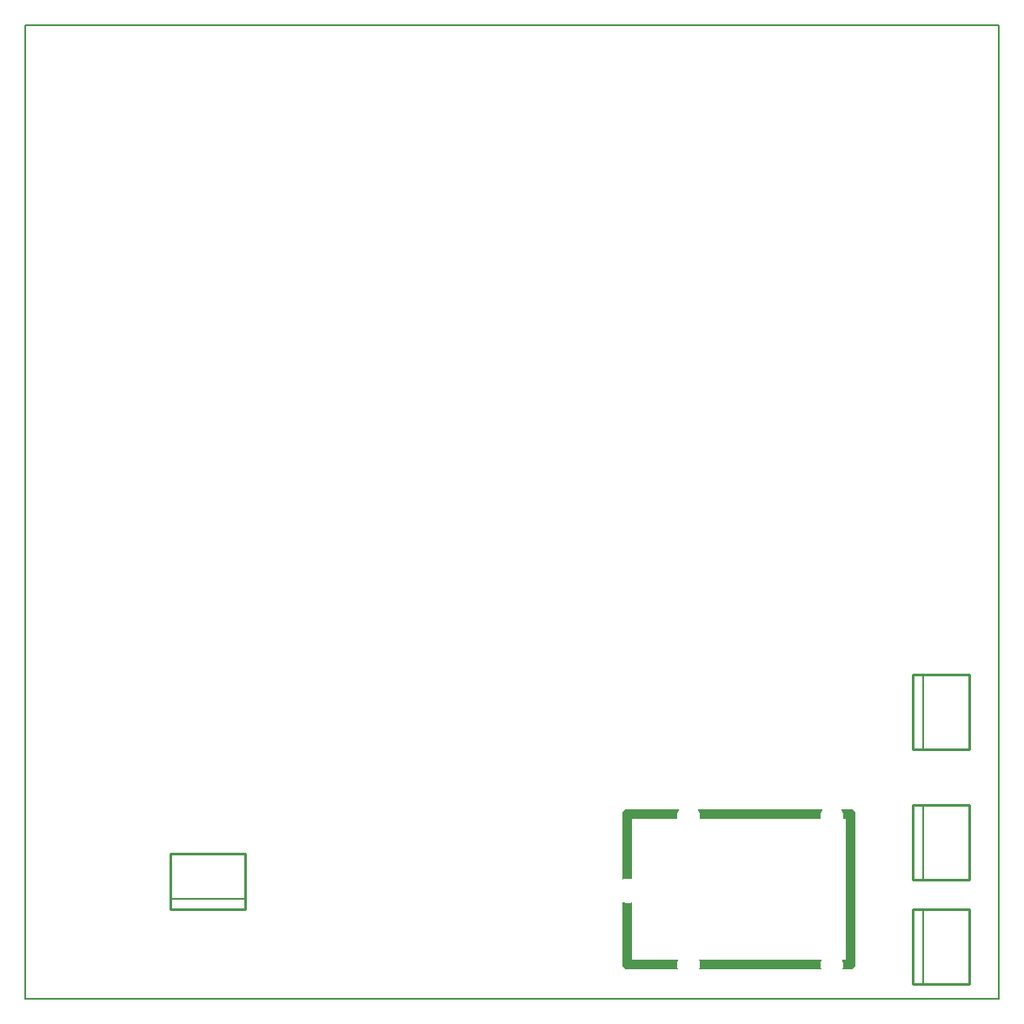
<source format=gbo>
G04 MADE WITH FRITZING*
G04 WWW.FRITZING.ORG*
G04 DOUBLE SIDED*
G04 HOLES PLATED*
G04 CONTOUR ON CENTER OF CONTOUR VECTOR*
%ASAXBY*%
%FSLAX23Y23*%
%MOIN*%
%OFA0B0*%
%SFA1.0B1.0*%
%ADD10R,3.740160X3.740160X3.724160X3.724160*%
%ADD11C,0.008000*%
%ADD12C,0.010000*%
%ADD13C,0.005000*%
%ADD14R,0.001000X0.001000*%
%LNSILK0*%
G90*
G70*
G54D11*
X4Y3736D02*
X3736Y3736D01*
X3736Y4D01*
X4Y4D01*
X4Y3736D01*
D02*
G54D12*
X3623Y347D02*
X3623Y61D01*
D02*
X3623Y61D02*
X3407Y61D01*
D02*
X3407Y61D02*
X3407Y347D01*
D02*
X3407Y347D02*
X3623Y347D01*
G54D13*
D02*
X3447Y61D02*
X3447Y347D01*
G54D12*
D02*
X3623Y747D02*
X3623Y461D01*
D02*
X3623Y461D02*
X3407Y461D01*
D02*
X3407Y461D02*
X3407Y747D01*
D02*
X3407Y747D02*
X3623Y747D01*
G54D13*
D02*
X3447Y461D02*
X3447Y747D01*
G54D12*
D02*
X3623Y1247D02*
X3623Y961D01*
D02*
X3623Y961D02*
X3407Y961D01*
D02*
X3407Y961D02*
X3407Y1247D01*
D02*
X3407Y1247D02*
X3623Y1247D01*
G54D13*
D02*
X3447Y961D02*
X3447Y1247D01*
G54D12*
D02*
X561Y561D02*
X846Y561D01*
D02*
X846Y561D02*
X846Y345D01*
D02*
X846Y345D02*
X561Y345D01*
D02*
X561Y345D02*
X561Y561D01*
G54D13*
D02*
X846Y385D02*
X561Y385D01*
G54D14*
X2307Y729D02*
X2511Y729D01*
X2582Y729D02*
X3061Y729D01*
X3131Y729D02*
X3173Y729D01*
X2305Y728D02*
X2510Y728D01*
X2583Y728D02*
X3060Y728D01*
X3132Y728D02*
X3175Y728D01*
X2303Y727D02*
X2510Y727D01*
X2584Y727D02*
X3059Y727D01*
X3133Y727D02*
X3177Y727D01*
X2301Y726D02*
X2509Y726D01*
X2584Y726D02*
X3059Y726D01*
X3134Y726D02*
X3179Y726D01*
X2300Y725D02*
X2508Y725D01*
X2585Y725D02*
X3058Y725D01*
X3134Y725D02*
X3180Y725D01*
X2299Y724D02*
X2508Y724D01*
X2586Y724D02*
X3058Y724D01*
X3135Y724D02*
X3181Y724D01*
X2298Y723D02*
X2507Y723D01*
X2586Y723D02*
X3057Y723D01*
X3135Y723D02*
X3182Y723D01*
X2297Y722D02*
X2507Y722D01*
X2587Y722D02*
X3057Y722D01*
X3136Y722D02*
X3183Y722D01*
X2297Y721D02*
X2506Y721D01*
X2587Y721D02*
X3056Y721D01*
X3136Y721D02*
X3183Y721D01*
X2296Y720D02*
X2506Y720D01*
X2588Y720D02*
X3056Y720D01*
X3137Y720D02*
X3184Y720D01*
X2295Y719D02*
X2505Y719D01*
X2588Y719D02*
X3055Y719D01*
X3137Y719D02*
X3185Y719D01*
X2295Y718D02*
X2505Y718D01*
X2588Y718D02*
X3055Y718D01*
X3138Y718D02*
X3185Y718D01*
X2295Y717D02*
X2505Y717D01*
X2589Y717D02*
X3054Y717D01*
X3138Y717D02*
X3185Y717D01*
X2294Y716D02*
X2504Y716D01*
X2589Y716D02*
X3054Y716D01*
X3138Y716D02*
X3186Y716D01*
X2294Y715D02*
X2504Y715D01*
X2589Y715D02*
X3054Y715D01*
X3139Y715D02*
X3186Y715D01*
X2294Y714D02*
X2504Y714D01*
X2590Y714D02*
X3054Y714D01*
X3139Y714D02*
X3186Y714D01*
X2294Y713D02*
X2504Y713D01*
X2590Y713D02*
X3053Y713D01*
X3139Y713D02*
X3186Y713D01*
X2294Y712D02*
X2503Y712D01*
X2590Y712D02*
X3053Y712D01*
X3139Y712D02*
X3186Y712D01*
X2294Y711D02*
X2503Y711D01*
X2590Y711D02*
X3053Y711D01*
X3140Y711D02*
X3186Y711D01*
X2294Y710D02*
X2503Y710D01*
X2591Y710D02*
X3053Y710D01*
X3140Y710D02*
X3187Y710D01*
X2294Y709D02*
X2503Y709D01*
X2591Y709D02*
X3052Y709D01*
X3140Y709D02*
X3187Y709D01*
X2294Y708D02*
X2503Y708D01*
X2591Y708D02*
X3052Y708D01*
X3140Y708D02*
X3187Y708D01*
X2294Y707D02*
X2502Y707D01*
X2591Y707D02*
X3052Y707D01*
X3140Y707D02*
X3187Y707D01*
X2294Y706D02*
X2502Y706D01*
X2591Y706D02*
X3052Y706D01*
X3140Y706D02*
X3187Y706D01*
X2294Y705D02*
X2502Y705D01*
X2591Y705D02*
X3052Y705D01*
X3140Y705D02*
X3187Y705D01*
X2294Y704D02*
X2502Y704D01*
X2591Y704D02*
X3052Y704D01*
X3140Y704D02*
X3187Y704D01*
X2294Y703D02*
X2502Y703D01*
X2591Y703D02*
X3052Y703D01*
X3140Y703D02*
X3187Y703D01*
X2294Y702D02*
X2502Y702D01*
X2591Y702D02*
X3052Y702D01*
X3140Y702D02*
X3187Y702D01*
X2294Y701D02*
X2502Y701D01*
X2591Y701D02*
X3052Y701D01*
X3140Y701D02*
X3187Y701D01*
X2294Y700D02*
X2502Y700D01*
X2591Y700D02*
X3052Y700D01*
X3140Y700D02*
X3187Y700D01*
X2294Y699D02*
X2503Y699D01*
X2591Y699D02*
X3052Y699D01*
X3140Y699D02*
X3187Y699D01*
X2294Y698D02*
X2503Y698D01*
X2591Y698D02*
X3052Y698D01*
X3140Y698D02*
X3187Y698D01*
X2294Y697D02*
X2503Y697D01*
X2591Y697D02*
X3052Y697D01*
X3140Y697D02*
X3187Y697D01*
X2294Y696D02*
X2503Y696D01*
X2591Y696D02*
X3053Y696D01*
X3140Y696D02*
X3187Y696D01*
X2294Y695D02*
X2503Y695D01*
X2590Y695D02*
X3053Y695D01*
X3139Y695D02*
X3187Y695D01*
X2294Y694D02*
X2503Y694D01*
X2590Y694D02*
X3053Y694D01*
X3139Y694D02*
X3187Y694D01*
X2294Y693D02*
X2504Y693D01*
X2590Y693D02*
X3053Y693D01*
X3139Y693D02*
X3187Y693D01*
X2294Y692D02*
X2330Y692D01*
X3150Y692D02*
X3187Y692D01*
X2294Y691D02*
X2330Y691D01*
X3150Y691D02*
X3187Y691D01*
X2294Y690D02*
X2330Y690D01*
X3150Y690D02*
X3187Y690D01*
X2294Y689D02*
X2330Y689D01*
X3150Y689D02*
X3187Y689D01*
X2294Y688D02*
X2330Y688D01*
X3150Y688D02*
X3187Y688D01*
X2294Y687D02*
X2330Y687D01*
X3150Y687D02*
X3187Y687D01*
X2294Y686D02*
X2330Y686D01*
X3150Y686D02*
X3187Y686D01*
X2294Y685D02*
X2330Y685D01*
X3150Y685D02*
X3187Y685D01*
X2294Y684D02*
X2330Y684D01*
X3150Y684D02*
X3187Y684D01*
X2294Y683D02*
X2330Y683D01*
X3150Y683D02*
X3187Y683D01*
X2294Y682D02*
X2330Y682D01*
X3150Y682D02*
X3187Y682D01*
X2294Y681D02*
X2330Y681D01*
X3150Y681D02*
X3187Y681D01*
X2294Y680D02*
X2330Y680D01*
X3150Y680D02*
X3187Y680D01*
X2294Y679D02*
X2330Y679D01*
X3150Y679D02*
X3187Y679D01*
X2294Y678D02*
X2330Y678D01*
X3150Y678D02*
X3187Y678D01*
X2294Y677D02*
X2330Y677D01*
X3150Y677D02*
X3187Y677D01*
X2294Y676D02*
X2330Y676D01*
X3150Y676D02*
X3187Y676D01*
X2294Y675D02*
X2330Y675D01*
X3150Y675D02*
X3187Y675D01*
X2294Y674D02*
X2330Y674D01*
X3150Y674D02*
X3187Y674D01*
X2294Y673D02*
X2330Y673D01*
X3150Y673D02*
X3187Y673D01*
X2294Y672D02*
X2330Y672D01*
X3150Y672D02*
X3187Y672D01*
X2294Y671D02*
X2330Y671D01*
X3150Y671D02*
X3187Y671D01*
X2294Y670D02*
X2330Y670D01*
X3150Y670D02*
X3187Y670D01*
X2294Y669D02*
X2330Y669D01*
X3150Y669D02*
X3187Y669D01*
X2294Y668D02*
X2330Y668D01*
X3150Y668D02*
X3187Y668D01*
X2294Y667D02*
X2330Y667D01*
X3150Y667D02*
X3187Y667D01*
X2294Y666D02*
X2330Y666D01*
X3150Y666D02*
X3187Y666D01*
X2294Y665D02*
X2330Y665D01*
X3150Y665D02*
X3187Y665D01*
X2294Y664D02*
X2330Y664D01*
X3150Y664D02*
X3187Y664D01*
X2294Y663D02*
X2330Y663D01*
X3150Y663D02*
X3187Y663D01*
X2294Y662D02*
X2330Y662D01*
X3150Y662D02*
X3187Y662D01*
X2294Y661D02*
X2330Y661D01*
X3150Y661D02*
X3187Y661D01*
X2294Y660D02*
X2330Y660D01*
X3150Y660D02*
X3187Y660D01*
X2294Y659D02*
X2330Y659D01*
X3150Y659D02*
X3187Y659D01*
X2294Y658D02*
X2330Y658D01*
X3150Y658D02*
X3187Y658D01*
X2294Y657D02*
X2330Y657D01*
X3150Y657D02*
X3187Y657D01*
X2294Y656D02*
X2330Y656D01*
X3150Y656D02*
X3187Y656D01*
X2294Y655D02*
X2330Y655D01*
X3150Y655D02*
X3187Y655D01*
X2294Y654D02*
X2330Y654D01*
X3150Y654D02*
X3187Y654D01*
X2294Y653D02*
X2330Y653D01*
X3150Y653D02*
X3187Y653D01*
X2294Y652D02*
X2330Y652D01*
X3150Y652D02*
X3187Y652D01*
X2294Y651D02*
X2330Y651D01*
X3150Y651D02*
X3187Y651D01*
X2294Y650D02*
X2330Y650D01*
X3150Y650D02*
X3187Y650D01*
X2294Y649D02*
X2330Y649D01*
X3150Y649D02*
X3187Y649D01*
X2294Y648D02*
X2330Y648D01*
X3150Y648D02*
X3187Y648D01*
X2294Y647D02*
X2330Y647D01*
X3150Y647D02*
X3187Y647D01*
X2294Y646D02*
X2330Y646D01*
X3150Y646D02*
X3187Y646D01*
X2294Y645D02*
X2330Y645D01*
X3150Y645D02*
X3187Y645D01*
X2294Y644D02*
X2330Y644D01*
X3150Y644D02*
X3187Y644D01*
X2294Y643D02*
X2330Y643D01*
X3150Y643D02*
X3187Y643D01*
X2294Y642D02*
X2330Y642D01*
X3150Y642D02*
X3187Y642D01*
X2294Y641D02*
X2330Y641D01*
X3150Y641D02*
X3187Y641D01*
X2294Y640D02*
X2330Y640D01*
X3150Y640D02*
X3187Y640D01*
X2294Y639D02*
X2330Y639D01*
X3150Y639D02*
X3187Y639D01*
X2294Y638D02*
X2330Y638D01*
X3150Y638D02*
X3187Y638D01*
X2294Y637D02*
X2330Y637D01*
X3150Y637D02*
X3187Y637D01*
X2294Y636D02*
X2330Y636D01*
X3150Y636D02*
X3187Y636D01*
X2294Y635D02*
X2330Y635D01*
X3150Y635D02*
X3187Y635D01*
X2294Y634D02*
X2330Y634D01*
X3150Y634D02*
X3187Y634D01*
X2294Y633D02*
X2330Y633D01*
X3150Y633D02*
X3187Y633D01*
X2294Y632D02*
X2330Y632D01*
X3150Y632D02*
X3187Y632D01*
X2294Y631D02*
X2330Y631D01*
X3150Y631D02*
X3187Y631D01*
X2294Y630D02*
X2330Y630D01*
X3150Y630D02*
X3187Y630D01*
X2294Y629D02*
X2330Y629D01*
X3150Y629D02*
X3187Y629D01*
X2294Y628D02*
X2330Y628D01*
X3150Y628D02*
X3187Y628D01*
X2294Y627D02*
X2330Y627D01*
X3150Y627D02*
X3187Y627D01*
X2294Y626D02*
X2330Y626D01*
X3150Y626D02*
X3187Y626D01*
X2294Y625D02*
X2330Y625D01*
X3150Y625D02*
X3187Y625D01*
X2294Y624D02*
X2330Y624D01*
X3150Y624D02*
X3187Y624D01*
X2294Y623D02*
X2330Y623D01*
X3150Y623D02*
X3187Y623D01*
X2294Y622D02*
X2330Y622D01*
X3150Y622D02*
X3187Y622D01*
X2294Y621D02*
X2330Y621D01*
X3150Y621D02*
X3187Y621D01*
X2294Y620D02*
X2330Y620D01*
X3150Y620D02*
X3187Y620D01*
X2294Y619D02*
X2330Y619D01*
X3150Y619D02*
X3187Y619D01*
X2294Y618D02*
X2330Y618D01*
X3150Y618D02*
X3187Y618D01*
X2294Y617D02*
X2330Y617D01*
X3150Y617D02*
X3187Y617D01*
X2294Y616D02*
X2330Y616D01*
X3150Y616D02*
X3187Y616D01*
X2294Y615D02*
X2330Y615D01*
X3150Y615D02*
X3187Y615D01*
X2294Y614D02*
X2330Y614D01*
X3150Y614D02*
X3187Y614D01*
X2294Y613D02*
X2330Y613D01*
X3150Y613D02*
X3187Y613D01*
X2294Y612D02*
X2330Y612D01*
X3150Y612D02*
X3187Y612D01*
X2294Y611D02*
X2330Y611D01*
X3150Y611D02*
X3187Y611D01*
X2294Y610D02*
X2330Y610D01*
X3150Y610D02*
X3187Y610D01*
X2294Y609D02*
X2330Y609D01*
X3150Y609D02*
X3187Y609D01*
X2294Y608D02*
X2330Y608D01*
X3150Y608D02*
X3187Y608D01*
X2294Y607D02*
X2330Y607D01*
X3150Y607D02*
X3187Y607D01*
X2294Y606D02*
X2330Y606D01*
X3150Y606D02*
X3187Y606D01*
X2294Y605D02*
X2330Y605D01*
X3150Y605D02*
X3187Y605D01*
X2294Y604D02*
X2330Y604D01*
X3150Y604D02*
X3187Y604D01*
X2294Y603D02*
X2330Y603D01*
X3150Y603D02*
X3187Y603D01*
X2294Y602D02*
X2330Y602D01*
X3150Y602D02*
X3187Y602D01*
X2294Y601D02*
X2330Y601D01*
X3150Y601D02*
X3187Y601D01*
X2294Y600D02*
X2330Y600D01*
X3150Y600D02*
X3187Y600D01*
X2294Y599D02*
X2330Y599D01*
X3150Y599D02*
X3187Y599D01*
X2294Y598D02*
X2330Y598D01*
X3150Y598D02*
X3187Y598D01*
X2294Y597D02*
X2330Y597D01*
X3150Y597D02*
X3187Y597D01*
X2294Y596D02*
X2330Y596D01*
X3150Y596D02*
X3187Y596D01*
X2294Y595D02*
X2330Y595D01*
X3150Y595D02*
X3187Y595D01*
X2294Y594D02*
X2330Y594D01*
X3150Y594D02*
X3187Y594D01*
X2294Y593D02*
X2330Y593D01*
X3150Y593D02*
X3187Y593D01*
X2294Y592D02*
X2330Y592D01*
X3150Y592D02*
X3187Y592D01*
X2294Y591D02*
X2330Y591D01*
X3150Y591D02*
X3187Y591D01*
X2294Y590D02*
X2330Y590D01*
X3150Y590D02*
X3187Y590D01*
X2294Y589D02*
X2330Y589D01*
X3150Y589D02*
X3187Y589D01*
X2294Y588D02*
X2330Y588D01*
X3150Y588D02*
X3187Y588D01*
X2294Y587D02*
X2330Y587D01*
X3150Y587D02*
X3187Y587D01*
X2294Y586D02*
X2330Y586D01*
X3150Y586D02*
X3187Y586D01*
X2294Y585D02*
X2330Y585D01*
X3150Y585D02*
X3187Y585D01*
X2294Y584D02*
X2330Y584D01*
X3150Y584D02*
X3187Y584D01*
X2294Y583D02*
X2330Y583D01*
X3150Y583D02*
X3187Y583D01*
X2294Y582D02*
X2330Y582D01*
X3150Y582D02*
X3187Y582D01*
X2294Y581D02*
X2330Y581D01*
X3150Y581D02*
X3187Y581D01*
X2294Y580D02*
X2330Y580D01*
X3150Y580D02*
X3187Y580D01*
X2294Y579D02*
X2330Y579D01*
X3150Y579D02*
X3187Y579D01*
X2294Y578D02*
X2330Y578D01*
X3150Y578D02*
X3187Y578D01*
X2294Y577D02*
X2330Y577D01*
X3150Y577D02*
X3187Y577D01*
X2294Y576D02*
X2330Y576D01*
X3150Y576D02*
X3187Y576D01*
X2294Y575D02*
X2330Y575D01*
X3150Y575D02*
X3187Y575D01*
X2294Y574D02*
X2330Y574D01*
X3150Y574D02*
X3187Y574D01*
X2294Y573D02*
X2330Y573D01*
X3150Y573D02*
X3187Y573D01*
X2294Y572D02*
X2330Y572D01*
X3150Y572D02*
X3187Y572D01*
X2294Y571D02*
X2330Y571D01*
X3150Y571D02*
X3187Y571D01*
X2294Y570D02*
X2330Y570D01*
X3150Y570D02*
X3187Y570D01*
X2294Y569D02*
X2330Y569D01*
X3150Y569D02*
X3187Y569D01*
X2294Y568D02*
X2330Y568D01*
X3150Y568D02*
X3187Y568D01*
X2294Y567D02*
X2330Y567D01*
X3150Y567D02*
X3187Y567D01*
X2294Y566D02*
X2330Y566D01*
X3150Y566D02*
X3187Y566D01*
X2294Y565D02*
X2330Y565D01*
X3150Y565D02*
X3187Y565D01*
X2294Y564D02*
X2330Y564D01*
X3150Y564D02*
X3187Y564D01*
X2294Y563D02*
X2330Y563D01*
X3150Y563D02*
X3187Y563D01*
X2294Y562D02*
X2330Y562D01*
X3150Y562D02*
X3187Y562D01*
X2294Y561D02*
X2330Y561D01*
X3150Y561D02*
X3187Y561D01*
X2294Y560D02*
X2330Y560D01*
X3150Y560D02*
X3187Y560D01*
X2294Y559D02*
X2330Y559D01*
X3150Y559D02*
X3187Y559D01*
X2294Y558D02*
X2330Y558D01*
X3150Y558D02*
X3187Y558D01*
X2294Y557D02*
X2330Y557D01*
X3150Y557D02*
X3187Y557D01*
X2294Y556D02*
X2330Y556D01*
X3150Y556D02*
X3187Y556D01*
X2294Y555D02*
X2330Y555D01*
X3150Y555D02*
X3187Y555D01*
X2294Y554D02*
X2330Y554D01*
X3150Y554D02*
X3187Y554D01*
X2294Y553D02*
X2330Y553D01*
X3150Y553D02*
X3187Y553D01*
X2294Y552D02*
X2330Y552D01*
X3150Y552D02*
X3187Y552D01*
X2294Y551D02*
X2330Y551D01*
X3150Y551D02*
X3187Y551D01*
X2294Y550D02*
X2330Y550D01*
X3150Y550D02*
X3187Y550D01*
X2294Y549D02*
X2330Y549D01*
X3150Y549D02*
X3187Y549D01*
X2294Y548D02*
X2330Y548D01*
X3150Y548D02*
X3187Y548D01*
X2294Y547D02*
X2330Y547D01*
X3150Y547D02*
X3187Y547D01*
X2294Y546D02*
X2330Y546D01*
X3150Y546D02*
X3187Y546D01*
X2294Y545D02*
X2330Y545D01*
X3150Y545D02*
X3187Y545D01*
X2294Y544D02*
X2330Y544D01*
X3150Y544D02*
X3187Y544D01*
X2294Y543D02*
X2330Y543D01*
X3150Y543D02*
X3187Y543D01*
X2294Y542D02*
X2330Y542D01*
X3150Y542D02*
X3187Y542D01*
X2294Y541D02*
X2330Y541D01*
X3150Y541D02*
X3187Y541D01*
X2294Y540D02*
X2330Y540D01*
X3150Y540D02*
X3187Y540D01*
X2294Y539D02*
X2330Y539D01*
X3150Y539D02*
X3187Y539D01*
X2294Y538D02*
X2330Y538D01*
X3150Y538D02*
X3187Y538D01*
X2294Y537D02*
X2330Y537D01*
X3150Y537D02*
X3187Y537D01*
X2294Y536D02*
X2330Y536D01*
X3150Y536D02*
X3187Y536D01*
X2294Y535D02*
X2330Y535D01*
X3150Y535D02*
X3187Y535D01*
X2294Y534D02*
X2330Y534D01*
X3150Y534D02*
X3187Y534D01*
X2294Y533D02*
X2330Y533D01*
X3150Y533D02*
X3187Y533D01*
X2294Y532D02*
X2330Y532D01*
X3150Y532D02*
X3187Y532D01*
X2294Y531D02*
X2330Y531D01*
X3150Y531D02*
X3187Y531D01*
X2294Y530D02*
X2330Y530D01*
X3150Y530D02*
X3187Y530D01*
X2294Y529D02*
X2330Y529D01*
X3150Y529D02*
X3187Y529D01*
X2294Y528D02*
X2330Y528D01*
X3150Y528D02*
X3187Y528D01*
X2294Y527D02*
X2330Y527D01*
X3150Y527D02*
X3187Y527D01*
X2294Y526D02*
X2330Y526D01*
X3150Y526D02*
X3187Y526D01*
X2294Y525D02*
X2330Y525D01*
X3150Y525D02*
X3187Y525D01*
X2294Y524D02*
X2330Y524D01*
X3150Y524D02*
X3187Y524D01*
X2294Y523D02*
X2330Y523D01*
X3150Y523D02*
X3187Y523D01*
X2294Y522D02*
X2330Y522D01*
X3150Y522D02*
X3187Y522D01*
X2294Y521D02*
X2330Y521D01*
X3150Y521D02*
X3187Y521D01*
X2294Y520D02*
X2330Y520D01*
X3150Y520D02*
X3187Y520D01*
X2294Y519D02*
X2330Y519D01*
X3150Y519D02*
X3187Y519D01*
X2294Y518D02*
X2330Y518D01*
X3150Y518D02*
X3187Y518D01*
X2294Y517D02*
X2330Y517D01*
X3150Y517D02*
X3187Y517D01*
X2294Y516D02*
X2330Y516D01*
X3150Y516D02*
X3187Y516D01*
X2294Y515D02*
X2330Y515D01*
X3150Y515D02*
X3187Y515D01*
X2294Y514D02*
X2330Y514D01*
X3150Y514D02*
X3187Y514D01*
X2294Y513D02*
X2330Y513D01*
X3150Y513D02*
X3187Y513D01*
X2294Y512D02*
X2330Y512D01*
X3150Y512D02*
X3187Y512D01*
X2294Y511D02*
X2330Y511D01*
X3150Y511D02*
X3187Y511D01*
X2294Y510D02*
X2330Y510D01*
X3150Y510D02*
X3187Y510D01*
X2294Y509D02*
X2330Y509D01*
X3150Y509D02*
X3187Y509D01*
X2294Y508D02*
X2330Y508D01*
X3150Y508D02*
X3187Y508D01*
X2294Y507D02*
X2330Y507D01*
X3150Y507D02*
X3187Y507D01*
X2294Y506D02*
X2330Y506D01*
X3150Y506D02*
X3187Y506D01*
X2294Y505D02*
X2330Y505D01*
X3150Y505D02*
X3187Y505D01*
X2294Y504D02*
X2330Y504D01*
X3150Y504D02*
X3187Y504D01*
X2294Y503D02*
X2330Y503D01*
X3150Y503D02*
X3187Y503D01*
X2294Y502D02*
X2330Y502D01*
X3150Y502D02*
X3187Y502D01*
X2294Y501D02*
X2330Y501D01*
X3150Y501D02*
X3187Y501D01*
X2294Y500D02*
X2330Y500D01*
X3150Y500D02*
X3187Y500D01*
X2294Y499D02*
X2330Y499D01*
X3150Y499D02*
X3187Y499D01*
X2294Y498D02*
X2330Y498D01*
X3150Y498D02*
X3187Y498D01*
X2294Y497D02*
X2330Y497D01*
X3150Y497D02*
X3187Y497D01*
X2294Y496D02*
X2330Y496D01*
X3150Y496D02*
X3187Y496D01*
X2294Y495D02*
X2330Y495D01*
X3150Y495D02*
X3187Y495D01*
X2294Y494D02*
X2330Y494D01*
X3150Y494D02*
X3187Y494D01*
X2294Y493D02*
X2330Y493D01*
X3150Y493D02*
X3187Y493D01*
X2294Y492D02*
X2330Y492D01*
X3150Y492D02*
X3187Y492D01*
X2294Y491D02*
X2330Y491D01*
X3150Y491D02*
X3187Y491D01*
X2294Y490D02*
X2330Y490D01*
X3150Y490D02*
X3187Y490D01*
X2294Y489D02*
X2330Y489D01*
X3150Y489D02*
X3187Y489D01*
X2294Y488D02*
X2330Y488D01*
X3150Y488D02*
X3187Y488D01*
X2294Y487D02*
X2330Y487D01*
X3150Y487D02*
X3187Y487D01*
X2294Y486D02*
X2330Y486D01*
X3150Y486D02*
X3187Y486D01*
X2294Y485D02*
X2330Y485D01*
X3150Y485D02*
X3187Y485D01*
X2294Y484D02*
X2330Y484D01*
X3150Y484D02*
X3187Y484D01*
X2294Y483D02*
X2330Y483D01*
X3150Y483D02*
X3187Y483D01*
X2294Y482D02*
X2330Y482D01*
X3150Y482D02*
X3187Y482D01*
X2294Y481D02*
X2330Y481D01*
X3150Y481D02*
X3187Y481D01*
X2294Y480D02*
X2330Y480D01*
X3150Y480D02*
X3187Y480D01*
X2294Y479D02*
X2330Y479D01*
X3150Y479D02*
X3187Y479D01*
X2294Y478D02*
X2330Y478D01*
X3150Y478D02*
X3187Y478D01*
X2294Y477D02*
X2330Y477D01*
X3150Y477D02*
X3187Y477D01*
X2294Y476D02*
X2330Y476D01*
X3150Y476D02*
X3187Y476D01*
X2294Y475D02*
X2330Y475D01*
X3150Y475D02*
X3187Y475D01*
X2294Y474D02*
X2330Y474D01*
X3150Y474D02*
X3187Y474D01*
X2294Y473D02*
X2330Y473D01*
X3150Y473D02*
X3187Y473D01*
X2294Y472D02*
X2330Y472D01*
X3150Y472D02*
X3187Y472D01*
X2294Y471D02*
X2330Y471D01*
X3150Y471D02*
X3187Y471D01*
X2294Y470D02*
X2330Y470D01*
X3150Y470D02*
X3187Y470D01*
X2294Y469D02*
X2330Y469D01*
X3150Y469D02*
X3187Y469D01*
X2294Y468D02*
X2330Y468D01*
X3150Y468D02*
X3187Y468D01*
X2294Y467D02*
X2330Y467D01*
X3150Y467D02*
X3187Y467D01*
X2294Y466D02*
X2330Y466D01*
X3150Y466D02*
X3187Y466D01*
X2294Y465D02*
X2330Y465D01*
X3150Y465D02*
X3187Y465D01*
X2294Y464D02*
X2308Y464D01*
X2320Y464D02*
X2330Y464D01*
X3150Y464D02*
X3187Y464D01*
X2294Y463D02*
X2302Y463D01*
X2326Y463D02*
X2330Y463D01*
X3150Y463D02*
X3187Y463D01*
X2294Y462D02*
X2299Y462D01*
X2329Y462D02*
X2330Y462D01*
X3150Y462D02*
X3187Y462D01*
X2294Y461D02*
X2296Y461D01*
X3150Y461D02*
X3187Y461D01*
X2294Y460D02*
X2294Y460D01*
X3150Y460D02*
X3187Y460D01*
X3150Y459D02*
X3187Y459D01*
X3150Y458D02*
X3187Y458D01*
X3150Y457D02*
X3187Y457D01*
X3150Y456D02*
X3187Y456D01*
X3150Y455D02*
X3187Y455D01*
X3150Y454D02*
X3187Y454D01*
X3150Y453D02*
X3187Y453D01*
X3150Y452D02*
X3187Y452D01*
X3150Y451D02*
X3187Y451D01*
X3150Y450D02*
X3187Y450D01*
X3150Y449D02*
X3187Y449D01*
X3150Y448D02*
X3187Y448D01*
X3150Y447D02*
X3187Y447D01*
X3150Y446D02*
X3187Y446D01*
X3150Y445D02*
X3187Y445D01*
X3150Y444D02*
X3187Y444D01*
X3150Y443D02*
X3187Y443D01*
X3150Y442D02*
X3187Y442D01*
X3150Y441D02*
X3187Y441D01*
X3150Y440D02*
X3187Y440D01*
X3150Y439D02*
X3187Y439D01*
X3150Y438D02*
X3187Y438D01*
X3150Y437D02*
X3187Y437D01*
X3150Y436D02*
X3187Y436D01*
X3150Y435D02*
X3187Y435D01*
X3150Y434D02*
X3187Y434D01*
X3150Y433D02*
X3187Y433D01*
X3150Y432D02*
X3187Y432D01*
X3150Y431D02*
X3187Y431D01*
X3150Y430D02*
X3187Y430D01*
X3150Y429D02*
X3187Y429D01*
X3150Y428D02*
X3187Y428D01*
X3150Y427D02*
X3187Y427D01*
X3150Y426D02*
X3187Y426D01*
X3150Y425D02*
X3187Y425D01*
X3150Y424D02*
X3187Y424D01*
X3150Y423D02*
X3187Y423D01*
X3150Y422D02*
X3187Y422D01*
X3150Y421D02*
X3187Y421D01*
X3150Y420D02*
X3187Y420D01*
X3150Y419D02*
X3187Y419D01*
X3150Y418D02*
X3187Y418D01*
X3150Y417D02*
X3187Y417D01*
X3150Y416D02*
X3187Y416D01*
X3150Y415D02*
X3187Y415D01*
X3150Y414D02*
X3187Y414D01*
X3150Y413D02*
X3187Y413D01*
X3150Y412D02*
X3187Y412D01*
X3150Y411D02*
X3187Y411D01*
X3150Y410D02*
X3187Y410D01*
X3150Y409D02*
X3187Y409D01*
X3150Y408D02*
X3187Y408D01*
X3150Y407D02*
X3187Y407D01*
X3150Y406D02*
X3187Y406D01*
X3150Y405D02*
X3187Y405D01*
X3150Y404D02*
X3187Y404D01*
X3150Y403D02*
X3187Y403D01*
X3150Y402D02*
X3187Y402D01*
X3150Y401D02*
X3187Y401D01*
X3150Y400D02*
X3187Y400D01*
X3150Y399D02*
X3187Y399D01*
X3150Y398D02*
X3187Y398D01*
X3150Y397D02*
X3187Y397D01*
X3150Y396D02*
X3187Y396D01*
X3150Y395D02*
X3187Y395D01*
X3150Y394D02*
X3187Y394D01*
X3150Y393D02*
X3187Y393D01*
X3150Y392D02*
X3187Y392D01*
X3150Y391D02*
X3187Y391D01*
X3150Y390D02*
X3187Y390D01*
X3150Y389D02*
X3187Y389D01*
X3150Y388D02*
X3187Y388D01*
X3150Y387D02*
X3187Y387D01*
X3150Y386D02*
X3187Y386D01*
X3150Y385D02*
X3187Y385D01*
X3150Y384D02*
X3187Y384D01*
X3150Y383D02*
X3187Y383D01*
X3150Y382D02*
X3187Y382D01*
X3150Y381D02*
X3187Y381D01*
X3150Y380D02*
X3187Y380D01*
X3150Y379D02*
X3187Y379D01*
X3150Y378D02*
X3187Y378D01*
X3150Y377D02*
X3187Y377D01*
X3150Y376D02*
X3187Y376D01*
X3150Y375D02*
X3187Y375D01*
X2294Y374D02*
X2294Y374D01*
X3150Y374D02*
X3187Y374D01*
X2294Y373D02*
X2296Y373D01*
X3150Y373D02*
X3187Y373D01*
X2294Y372D02*
X2299Y372D01*
X2329Y372D02*
X2330Y372D01*
X3150Y372D02*
X3187Y372D01*
X2294Y371D02*
X2302Y371D01*
X2326Y371D02*
X2330Y371D01*
X3150Y371D02*
X3187Y371D01*
X2294Y370D02*
X2308Y370D01*
X2320Y370D02*
X2330Y370D01*
X3150Y370D02*
X3187Y370D01*
X2294Y369D02*
X2330Y369D01*
X3150Y369D02*
X3187Y369D01*
X2294Y368D02*
X2330Y368D01*
X3150Y368D02*
X3187Y368D01*
X2294Y367D02*
X2330Y367D01*
X3150Y367D02*
X3187Y367D01*
X2294Y366D02*
X2330Y366D01*
X3150Y366D02*
X3187Y366D01*
X2294Y365D02*
X2330Y365D01*
X3150Y365D02*
X3187Y365D01*
X2294Y364D02*
X2330Y364D01*
X3150Y364D02*
X3187Y364D01*
X2294Y363D02*
X2330Y363D01*
X3150Y363D02*
X3187Y363D01*
X2294Y362D02*
X2330Y362D01*
X3150Y362D02*
X3187Y362D01*
X2294Y361D02*
X2330Y361D01*
X3150Y361D02*
X3187Y361D01*
X2294Y360D02*
X2330Y360D01*
X3150Y360D02*
X3187Y360D01*
X2294Y359D02*
X2330Y359D01*
X3150Y359D02*
X3187Y359D01*
X2294Y358D02*
X2330Y358D01*
X3150Y358D02*
X3187Y358D01*
X2294Y357D02*
X2330Y357D01*
X3150Y357D02*
X3187Y357D01*
X2294Y356D02*
X2330Y356D01*
X3150Y356D02*
X3187Y356D01*
X2294Y355D02*
X2330Y355D01*
X3150Y355D02*
X3187Y355D01*
X2294Y354D02*
X2330Y354D01*
X3150Y354D02*
X3187Y354D01*
X2294Y353D02*
X2330Y353D01*
X3150Y353D02*
X3187Y353D01*
X2294Y352D02*
X2330Y352D01*
X3150Y352D02*
X3187Y352D01*
X2294Y351D02*
X2330Y351D01*
X3150Y351D02*
X3187Y351D01*
X2294Y350D02*
X2330Y350D01*
X3150Y350D02*
X3187Y350D01*
X2294Y349D02*
X2330Y349D01*
X3150Y349D02*
X3187Y349D01*
X2294Y348D02*
X2330Y348D01*
X3150Y348D02*
X3187Y348D01*
X2294Y347D02*
X2330Y347D01*
X3150Y347D02*
X3187Y347D01*
X2294Y346D02*
X2330Y346D01*
X3150Y346D02*
X3187Y346D01*
X2294Y345D02*
X2330Y345D01*
X3150Y345D02*
X3187Y345D01*
X2294Y344D02*
X2330Y344D01*
X3150Y344D02*
X3187Y344D01*
X2294Y343D02*
X2330Y343D01*
X3150Y343D02*
X3187Y343D01*
X2294Y342D02*
X2330Y342D01*
X3150Y342D02*
X3187Y342D01*
X2294Y341D02*
X2330Y341D01*
X3150Y341D02*
X3187Y341D01*
X2294Y340D02*
X2330Y340D01*
X3150Y340D02*
X3187Y340D01*
X2294Y339D02*
X2330Y339D01*
X3150Y339D02*
X3187Y339D01*
X2294Y338D02*
X2330Y338D01*
X3150Y338D02*
X3187Y338D01*
X2294Y337D02*
X2330Y337D01*
X3150Y337D02*
X3187Y337D01*
X2294Y336D02*
X2330Y336D01*
X3150Y336D02*
X3187Y336D01*
X2294Y335D02*
X2330Y335D01*
X3150Y335D02*
X3187Y335D01*
X2294Y334D02*
X2330Y334D01*
X3150Y334D02*
X3187Y334D01*
X2294Y333D02*
X2330Y333D01*
X3150Y333D02*
X3187Y333D01*
X2294Y332D02*
X2330Y332D01*
X3150Y332D02*
X3187Y332D01*
X2294Y331D02*
X2330Y331D01*
X3150Y331D02*
X3187Y331D01*
X2294Y330D02*
X2330Y330D01*
X3150Y330D02*
X3187Y330D01*
X2294Y329D02*
X2330Y329D01*
X3150Y329D02*
X3187Y329D01*
X2294Y328D02*
X2330Y328D01*
X3150Y328D02*
X3187Y328D01*
X2294Y327D02*
X2330Y327D01*
X3150Y327D02*
X3187Y327D01*
X2294Y326D02*
X2330Y326D01*
X3150Y326D02*
X3187Y326D01*
X2294Y325D02*
X2330Y325D01*
X3150Y325D02*
X3187Y325D01*
X2294Y324D02*
X2330Y324D01*
X3150Y324D02*
X3187Y324D01*
X2294Y323D02*
X2330Y323D01*
X3150Y323D02*
X3187Y323D01*
X2294Y322D02*
X2330Y322D01*
X3150Y322D02*
X3187Y322D01*
X2294Y321D02*
X2330Y321D01*
X3150Y321D02*
X3187Y321D01*
X2294Y320D02*
X2330Y320D01*
X3150Y320D02*
X3187Y320D01*
X2294Y319D02*
X2330Y319D01*
X3150Y319D02*
X3187Y319D01*
X2294Y318D02*
X2330Y318D01*
X3150Y318D02*
X3187Y318D01*
X2294Y317D02*
X2330Y317D01*
X3150Y317D02*
X3187Y317D01*
X2294Y316D02*
X2330Y316D01*
X3150Y316D02*
X3187Y316D01*
X2294Y315D02*
X2330Y315D01*
X3150Y315D02*
X3187Y315D01*
X2294Y314D02*
X2330Y314D01*
X3150Y314D02*
X3187Y314D01*
X2294Y313D02*
X2330Y313D01*
X3150Y313D02*
X3187Y313D01*
X2294Y312D02*
X2330Y312D01*
X3150Y312D02*
X3187Y312D01*
X2294Y311D02*
X2330Y311D01*
X3150Y311D02*
X3187Y311D01*
X2294Y310D02*
X2330Y310D01*
X3150Y310D02*
X3187Y310D01*
X2294Y309D02*
X2330Y309D01*
X3150Y309D02*
X3187Y309D01*
X2294Y308D02*
X2330Y308D01*
X3150Y308D02*
X3187Y308D01*
X2294Y307D02*
X2330Y307D01*
X3150Y307D02*
X3187Y307D01*
X2294Y306D02*
X2330Y306D01*
X3150Y306D02*
X3187Y306D01*
X2294Y305D02*
X2330Y305D01*
X3150Y305D02*
X3187Y305D01*
X2294Y304D02*
X2330Y304D01*
X3150Y304D02*
X3187Y304D01*
X2294Y303D02*
X2330Y303D01*
X3150Y303D02*
X3187Y303D01*
X2294Y302D02*
X2330Y302D01*
X3150Y302D02*
X3187Y302D01*
X2294Y301D02*
X2330Y301D01*
X3150Y301D02*
X3187Y301D01*
X2294Y300D02*
X2330Y300D01*
X3150Y300D02*
X3187Y300D01*
X2294Y299D02*
X2330Y299D01*
X3150Y299D02*
X3187Y299D01*
X2294Y298D02*
X2330Y298D01*
X3150Y298D02*
X3187Y298D01*
X2294Y297D02*
X2330Y297D01*
X3150Y297D02*
X3187Y297D01*
X2294Y296D02*
X2330Y296D01*
X3150Y296D02*
X3187Y296D01*
X2294Y295D02*
X2330Y295D01*
X3150Y295D02*
X3187Y295D01*
X2294Y294D02*
X2330Y294D01*
X3150Y294D02*
X3187Y294D01*
X2294Y293D02*
X2330Y293D01*
X3150Y293D02*
X3187Y293D01*
X2294Y292D02*
X2330Y292D01*
X3150Y292D02*
X3187Y292D01*
X2294Y291D02*
X2330Y291D01*
X3150Y291D02*
X3187Y291D01*
X2294Y290D02*
X2330Y290D01*
X3150Y290D02*
X3187Y290D01*
X2294Y289D02*
X2330Y289D01*
X3150Y289D02*
X3187Y289D01*
X2294Y288D02*
X2330Y288D01*
X3150Y288D02*
X3187Y288D01*
X2294Y287D02*
X2330Y287D01*
X3150Y287D02*
X3187Y287D01*
X2294Y286D02*
X2330Y286D01*
X3150Y286D02*
X3187Y286D01*
X2294Y285D02*
X2330Y285D01*
X3150Y285D02*
X3187Y285D01*
X2294Y284D02*
X2330Y284D01*
X3150Y284D02*
X3187Y284D01*
X2294Y283D02*
X2330Y283D01*
X3150Y283D02*
X3187Y283D01*
X2294Y282D02*
X2330Y282D01*
X3150Y282D02*
X3187Y282D01*
X2294Y281D02*
X2330Y281D01*
X3150Y281D02*
X3187Y281D01*
X2294Y280D02*
X2330Y280D01*
X3150Y280D02*
X3187Y280D01*
X2294Y279D02*
X2330Y279D01*
X3150Y279D02*
X3187Y279D01*
X2294Y278D02*
X2330Y278D01*
X3150Y278D02*
X3187Y278D01*
X2294Y277D02*
X2330Y277D01*
X3150Y277D02*
X3187Y277D01*
X2294Y276D02*
X2330Y276D01*
X3150Y276D02*
X3187Y276D01*
X2294Y275D02*
X2330Y275D01*
X3150Y275D02*
X3187Y275D01*
X2294Y274D02*
X2330Y274D01*
X3150Y274D02*
X3187Y274D01*
X2294Y273D02*
X2330Y273D01*
X3150Y273D02*
X3187Y273D01*
X2294Y272D02*
X2330Y272D01*
X3150Y272D02*
X3187Y272D01*
X2294Y271D02*
X2330Y271D01*
X3150Y271D02*
X3187Y271D01*
X2294Y270D02*
X2330Y270D01*
X3150Y270D02*
X3187Y270D01*
X2294Y269D02*
X2330Y269D01*
X3150Y269D02*
X3187Y269D01*
X2294Y268D02*
X2330Y268D01*
X3150Y268D02*
X3187Y268D01*
X2294Y267D02*
X2330Y267D01*
X3150Y267D02*
X3187Y267D01*
X2294Y266D02*
X2330Y266D01*
X3150Y266D02*
X3187Y266D01*
X2294Y265D02*
X2330Y265D01*
X3150Y265D02*
X3187Y265D01*
X2294Y264D02*
X2330Y264D01*
X3150Y264D02*
X3187Y264D01*
X2294Y263D02*
X2330Y263D01*
X3150Y263D02*
X3187Y263D01*
X2294Y262D02*
X2330Y262D01*
X3150Y262D02*
X3187Y262D01*
X2294Y261D02*
X2330Y261D01*
X3150Y261D02*
X3187Y261D01*
X2294Y260D02*
X2330Y260D01*
X3150Y260D02*
X3187Y260D01*
X2294Y259D02*
X2330Y259D01*
X3150Y259D02*
X3187Y259D01*
X2294Y258D02*
X2330Y258D01*
X3150Y258D02*
X3187Y258D01*
X2294Y257D02*
X2330Y257D01*
X3150Y257D02*
X3187Y257D01*
X2294Y256D02*
X2330Y256D01*
X3150Y256D02*
X3187Y256D01*
X2294Y255D02*
X2330Y255D01*
X3150Y255D02*
X3187Y255D01*
X2294Y254D02*
X2330Y254D01*
X3150Y254D02*
X3187Y254D01*
X2294Y253D02*
X2330Y253D01*
X3150Y253D02*
X3187Y253D01*
X2294Y252D02*
X2330Y252D01*
X3150Y252D02*
X3187Y252D01*
X2294Y251D02*
X2330Y251D01*
X3150Y251D02*
X3187Y251D01*
X2294Y250D02*
X2330Y250D01*
X3150Y250D02*
X3187Y250D01*
X2294Y249D02*
X2330Y249D01*
X3150Y249D02*
X3187Y249D01*
X2294Y248D02*
X2330Y248D01*
X3150Y248D02*
X3187Y248D01*
X2294Y247D02*
X2330Y247D01*
X3150Y247D02*
X3187Y247D01*
X2294Y246D02*
X2330Y246D01*
X3150Y246D02*
X3187Y246D01*
X2294Y245D02*
X2330Y245D01*
X3150Y245D02*
X3187Y245D01*
X2294Y244D02*
X2330Y244D01*
X3150Y244D02*
X3187Y244D01*
X2294Y243D02*
X2330Y243D01*
X3150Y243D02*
X3187Y243D01*
X2294Y242D02*
X2330Y242D01*
X3150Y242D02*
X3187Y242D01*
X2294Y241D02*
X2330Y241D01*
X3150Y241D02*
X3187Y241D01*
X2294Y240D02*
X2330Y240D01*
X3150Y240D02*
X3187Y240D01*
X2294Y239D02*
X2330Y239D01*
X3150Y239D02*
X3187Y239D01*
X2294Y238D02*
X2330Y238D01*
X3150Y238D02*
X3187Y238D01*
X2294Y237D02*
X2330Y237D01*
X3150Y237D02*
X3187Y237D01*
X2294Y236D02*
X2330Y236D01*
X3150Y236D02*
X3187Y236D01*
X2294Y235D02*
X2330Y235D01*
X3150Y235D02*
X3187Y235D01*
X2294Y234D02*
X2330Y234D01*
X3150Y234D02*
X3187Y234D01*
X2294Y233D02*
X2330Y233D01*
X3150Y233D02*
X3187Y233D01*
X2294Y232D02*
X2330Y232D01*
X3150Y232D02*
X3187Y232D01*
X2294Y231D02*
X2330Y231D01*
X3150Y231D02*
X3187Y231D01*
X2294Y230D02*
X2330Y230D01*
X3150Y230D02*
X3187Y230D01*
X2294Y229D02*
X2330Y229D01*
X3150Y229D02*
X3187Y229D01*
X2294Y228D02*
X2330Y228D01*
X3150Y228D02*
X3187Y228D01*
X2294Y227D02*
X2330Y227D01*
X3150Y227D02*
X3187Y227D01*
X2294Y226D02*
X2330Y226D01*
X3150Y226D02*
X3187Y226D01*
X2294Y225D02*
X2330Y225D01*
X3150Y225D02*
X3187Y225D01*
X2294Y224D02*
X2330Y224D01*
X3150Y224D02*
X3187Y224D01*
X2294Y223D02*
X2330Y223D01*
X3150Y223D02*
X3187Y223D01*
X2294Y222D02*
X2330Y222D01*
X3150Y222D02*
X3187Y222D01*
X2294Y221D02*
X2330Y221D01*
X3150Y221D02*
X3187Y221D01*
X2294Y220D02*
X2330Y220D01*
X3150Y220D02*
X3187Y220D01*
X2294Y219D02*
X2330Y219D01*
X3150Y219D02*
X3187Y219D01*
X2294Y218D02*
X2330Y218D01*
X3150Y218D02*
X3187Y218D01*
X2294Y217D02*
X2330Y217D01*
X3150Y217D02*
X3187Y217D01*
X2294Y216D02*
X2330Y216D01*
X3150Y216D02*
X3187Y216D01*
X2294Y215D02*
X2330Y215D01*
X3150Y215D02*
X3187Y215D01*
X2294Y214D02*
X2330Y214D01*
X3150Y214D02*
X3187Y214D01*
X2294Y213D02*
X2330Y213D01*
X3150Y213D02*
X3187Y213D01*
X2294Y212D02*
X2330Y212D01*
X3150Y212D02*
X3187Y212D01*
X2294Y211D02*
X2330Y211D01*
X3150Y211D02*
X3187Y211D01*
X2294Y210D02*
X2330Y210D01*
X3150Y210D02*
X3187Y210D01*
X2294Y209D02*
X2330Y209D01*
X3150Y209D02*
X3187Y209D01*
X2294Y208D02*
X2330Y208D01*
X3150Y208D02*
X3187Y208D01*
X2294Y207D02*
X2330Y207D01*
X3150Y207D02*
X3187Y207D01*
X2294Y206D02*
X2330Y206D01*
X3150Y206D02*
X3187Y206D01*
X2294Y205D02*
X2330Y205D01*
X3150Y205D02*
X3187Y205D01*
X2294Y204D02*
X2330Y204D01*
X3150Y204D02*
X3187Y204D01*
X2294Y203D02*
X2330Y203D01*
X3150Y203D02*
X3187Y203D01*
X2294Y202D02*
X2330Y202D01*
X3150Y202D02*
X3187Y202D01*
X2294Y201D02*
X2330Y201D01*
X3150Y201D02*
X3187Y201D01*
X2294Y200D02*
X2330Y200D01*
X3150Y200D02*
X3187Y200D01*
X2294Y199D02*
X2330Y199D01*
X3150Y199D02*
X3187Y199D01*
X2294Y198D02*
X2330Y198D01*
X3150Y198D02*
X3187Y198D01*
X2294Y197D02*
X2330Y197D01*
X3150Y197D02*
X3187Y197D01*
X2294Y196D02*
X2330Y196D01*
X3150Y196D02*
X3187Y196D01*
X2294Y195D02*
X2330Y195D01*
X3150Y195D02*
X3187Y195D01*
X2294Y194D02*
X2330Y194D01*
X3150Y194D02*
X3187Y194D01*
X2294Y193D02*
X2330Y193D01*
X3150Y193D02*
X3187Y193D01*
X2294Y192D02*
X2330Y192D01*
X3150Y192D02*
X3187Y192D01*
X2294Y191D02*
X2330Y191D01*
X3150Y191D02*
X3187Y191D01*
X2294Y190D02*
X2330Y190D01*
X3150Y190D02*
X3187Y190D01*
X2294Y189D02*
X2330Y189D01*
X3150Y189D02*
X3187Y189D01*
X2294Y188D02*
X2330Y188D01*
X3150Y188D02*
X3187Y188D01*
X2294Y187D02*
X2330Y187D01*
X3150Y187D02*
X3187Y187D01*
X2294Y186D02*
X2330Y186D01*
X3150Y186D02*
X3187Y186D01*
X2294Y185D02*
X2330Y185D01*
X3150Y185D02*
X3187Y185D01*
X2294Y184D02*
X2330Y184D01*
X3150Y184D02*
X3187Y184D01*
X2294Y183D02*
X2330Y183D01*
X3150Y183D02*
X3187Y183D01*
X2294Y182D02*
X2330Y182D01*
X3150Y182D02*
X3187Y182D01*
X2294Y181D02*
X2330Y181D01*
X3150Y181D02*
X3187Y181D01*
X2294Y180D02*
X2330Y180D01*
X3150Y180D02*
X3187Y180D01*
X2294Y179D02*
X2330Y179D01*
X3150Y179D02*
X3187Y179D01*
X2294Y178D02*
X2330Y178D01*
X3150Y178D02*
X3187Y178D01*
X2294Y177D02*
X2330Y177D01*
X3150Y177D02*
X3187Y177D01*
X2294Y176D02*
X2330Y176D01*
X3150Y176D02*
X3187Y176D01*
X2294Y175D02*
X2330Y175D01*
X3150Y175D02*
X3187Y175D01*
X2294Y174D02*
X2330Y174D01*
X3150Y174D02*
X3187Y174D01*
X2294Y173D02*
X2330Y173D01*
X3150Y173D02*
X3187Y173D01*
X2294Y172D02*
X2330Y172D01*
X3150Y172D02*
X3187Y172D01*
X2294Y171D02*
X2330Y171D01*
X3150Y171D02*
X3187Y171D01*
X2294Y170D02*
X2330Y170D01*
X3150Y170D02*
X3187Y170D01*
X2294Y169D02*
X2330Y169D01*
X3150Y169D02*
X3187Y169D01*
X2294Y168D02*
X2330Y168D01*
X3150Y168D02*
X3187Y168D01*
X2294Y167D02*
X2330Y167D01*
X3150Y167D02*
X3187Y167D01*
X2294Y166D02*
X2330Y166D01*
X3150Y166D02*
X3187Y166D01*
X2294Y165D02*
X2330Y165D01*
X3150Y165D02*
X3187Y165D01*
X2294Y164D02*
X2330Y164D01*
X3150Y164D02*
X3187Y164D01*
X2294Y163D02*
X2330Y163D01*
X3150Y163D02*
X3187Y163D01*
X2294Y162D02*
X2330Y162D01*
X3150Y162D02*
X3187Y162D01*
X2294Y161D02*
X2330Y161D01*
X3150Y161D02*
X3187Y161D01*
X2294Y160D02*
X2330Y160D01*
X3150Y160D02*
X3187Y160D01*
X2294Y159D02*
X2330Y159D01*
X3150Y159D02*
X3187Y159D01*
X2294Y158D02*
X2330Y158D01*
X3150Y158D02*
X3187Y158D01*
X2294Y157D02*
X2330Y157D01*
X3150Y157D02*
X3187Y157D01*
X2294Y156D02*
X2330Y156D01*
X3150Y156D02*
X3187Y156D01*
X2294Y155D02*
X2330Y155D01*
X3150Y155D02*
X3187Y155D01*
X2294Y154D02*
X2330Y154D01*
X3150Y154D02*
X3187Y154D01*
X2294Y153D02*
X2507Y153D01*
X2586Y153D02*
X3058Y153D01*
X3135Y153D02*
X3187Y153D01*
X2294Y152D02*
X2507Y152D01*
X2587Y152D02*
X3057Y152D01*
X3135Y152D02*
X3187Y152D01*
X2294Y151D02*
X2506Y151D01*
X2587Y151D02*
X3057Y151D01*
X3136Y151D02*
X3187Y151D01*
X2294Y150D02*
X2506Y150D01*
X2588Y150D02*
X3056Y150D01*
X3136Y150D02*
X3187Y150D01*
X2294Y149D02*
X2505Y149D01*
X2588Y149D02*
X3056Y149D01*
X3137Y149D02*
X3187Y149D01*
X2294Y148D02*
X2505Y148D01*
X2589Y148D02*
X3055Y148D01*
X3137Y148D02*
X3187Y148D01*
X2294Y147D02*
X2505Y147D01*
X2589Y147D02*
X3055Y147D01*
X3138Y147D02*
X3187Y147D01*
X2294Y146D02*
X2504Y146D01*
X2589Y146D02*
X3054Y146D01*
X3138Y146D02*
X3187Y146D01*
X2294Y145D02*
X2504Y145D01*
X2590Y145D02*
X3054Y145D01*
X3138Y145D02*
X3187Y145D01*
X2294Y144D02*
X2504Y144D01*
X2590Y144D02*
X3054Y144D01*
X3139Y144D02*
X3187Y144D01*
X2294Y143D02*
X2503Y143D01*
X2590Y143D02*
X3053Y143D01*
X3139Y143D02*
X3187Y143D01*
X2294Y142D02*
X2503Y142D01*
X2590Y142D02*
X3053Y142D01*
X3139Y142D02*
X3187Y142D01*
X2294Y141D02*
X2503Y141D01*
X2590Y141D02*
X3053Y141D01*
X3139Y141D02*
X3187Y141D01*
X2294Y140D02*
X2503Y140D01*
X2591Y140D02*
X3053Y140D01*
X3140Y140D02*
X3187Y140D01*
X2294Y139D02*
X2503Y139D01*
X2591Y139D02*
X3053Y139D01*
X3140Y139D02*
X3187Y139D01*
X2294Y138D02*
X2503Y138D01*
X2591Y138D02*
X3052Y138D01*
X3140Y138D02*
X3187Y138D01*
X2294Y137D02*
X2503Y137D01*
X2591Y137D02*
X3052Y137D01*
X3140Y137D02*
X3187Y137D01*
X2294Y136D02*
X2502Y136D01*
X2591Y136D02*
X3052Y136D01*
X3140Y136D02*
X3187Y136D01*
X2294Y135D02*
X2502Y135D01*
X2591Y135D02*
X3052Y135D01*
X3140Y135D02*
X3186Y135D01*
X2294Y134D02*
X2502Y134D01*
X2591Y134D02*
X3052Y134D01*
X3140Y134D02*
X3186Y134D01*
X2294Y133D02*
X2502Y133D01*
X2591Y133D02*
X3052Y133D01*
X3140Y133D02*
X3186Y133D01*
X2294Y132D02*
X2502Y132D01*
X2591Y132D02*
X3052Y132D01*
X3140Y132D02*
X3186Y132D01*
X2294Y131D02*
X2502Y131D01*
X2591Y131D02*
X3052Y131D01*
X3140Y131D02*
X3186Y131D01*
X2294Y130D02*
X2502Y130D01*
X2591Y130D02*
X3052Y130D01*
X3140Y130D02*
X3186Y130D01*
X2295Y129D02*
X2503Y129D01*
X2591Y129D02*
X3052Y129D01*
X3140Y129D02*
X3185Y129D01*
X2295Y128D02*
X2503Y128D01*
X2591Y128D02*
X3052Y128D01*
X3140Y128D02*
X3185Y128D01*
X2295Y127D02*
X2503Y127D01*
X2591Y127D02*
X3052Y127D01*
X3140Y127D02*
X3184Y127D01*
X2296Y126D02*
X2503Y126D01*
X2591Y126D02*
X3053Y126D01*
X3140Y126D02*
X3184Y126D01*
X2297Y125D02*
X2503Y125D01*
X2590Y125D02*
X3053Y125D01*
X3140Y125D02*
X3183Y125D01*
X2297Y124D02*
X2503Y124D01*
X2590Y124D02*
X3053Y124D01*
X3140Y124D02*
X3183Y124D01*
X2298Y123D02*
X2504Y123D01*
X2590Y123D02*
X3053Y123D01*
X3139Y123D02*
X3182Y123D01*
X2299Y122D02*
X2504Y122D01*
X2590Y122D02*
X3053Y122D01*
X3139Y122D02*
X3181Y122D01*
X2300Y121D02*
X2504Y121D01*
X2589Y121D02*
X3054Y121D01*
X3139Y121D02*
X3180Y121D01*
X2301Y120D02*
X2504Y120D01*
X2589Y120D02*
X3054Y120D01*
X3139Y120D02*
X3179Y120D01*
X2303Y119D02*
X2505Y119D01*
X2589Y119D02*
X3054Y119D01*
X3138Y119D02*
X3177Y119D01*
X2305Y118D02*
X2505Y118D01*
X2588Y118D02*
X3055Y118D01*
X3138Y118D02*
X3175Y118D01*
X2308Y117D02*
X2505Y117D01*
X2588Y117D02*
X3055Y117D01*
X3138Y117D02*
X3172Y117D01*
D02*
G04 End of Silk0*
M02*
</source>
